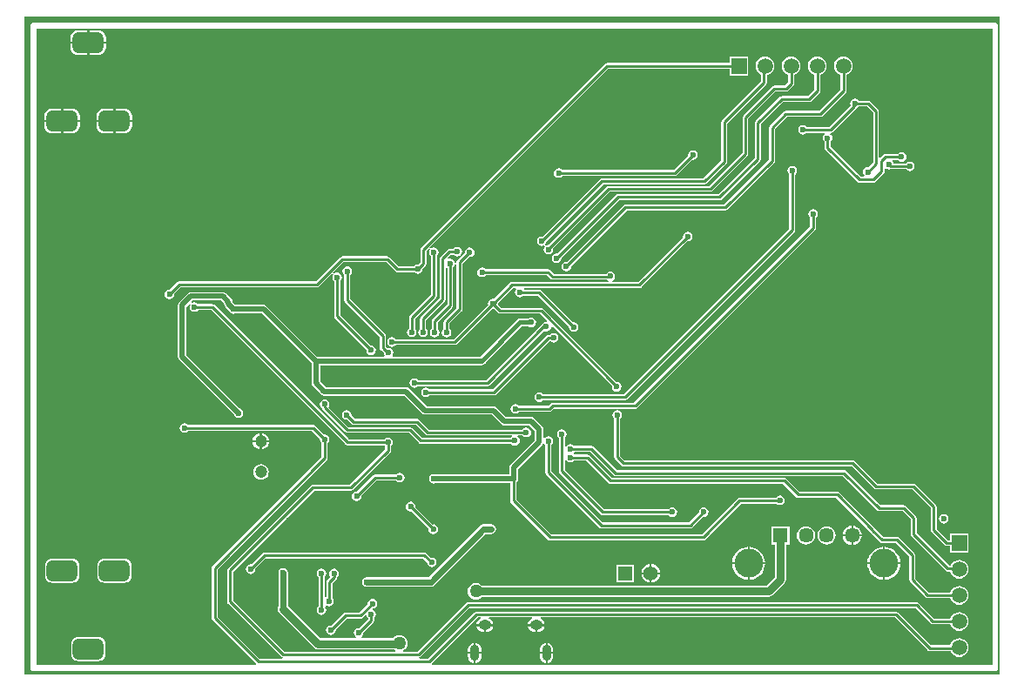
<source format=gbl>
G04*
G04 #@! TF.GenerationSoftware,Altium Limited,Altium Designer,20.0.13 (296)*
G04*
G04 Layer_Physical_Order=2*
G04 Layer_Color=16711680*
%FSLAX25Y25*%
%MOIN*%
G70*
G01*
G75*
%ADD10C,0.00984*%
%ADD11C,0.01968*%
%ADD12C,0.01575*%
%ADD14C,0.02362*%
%ADD71C,0.02953*%
%ADD72C,0.05906*%
%ADD119R,0.05906X0.05906*%
%ADD120R,0.05906X0.05906*%
G04:AMPARAMS|DCode=121|XSize=78.74mil|YSize=118.11mil|CornerRadius=19.68mil|HoleSize=0mil|Usage=FLASHONLY|Rotation=90.000|XOffset=0mil|YOffset=0mil|HoleType=Round|Shape=RoundedRectangle|*
%AMROUNDEDRECTD121*
21,1,0.07874,0.07874,0,0,90.0*
21,1,0.03937,0.11811,0,0,90.0*
1,1,0.03937,0.03937,0.01968*
1,1,0.03937,0.03937,-0.01968*
1,1,0.03937,-0.03937,-0.01968*
1,1,0.03937,-0.03937,0.01968*
%
%ADD121ROUNDEDRECTD121*%
%ADD122R,0.05709X0.05709*%
%ADD123C,0.05709*%
%ADD124C,0.11024*%
%ADD125C,0.04724*%
%ADD126C,0.05512*%
%ADD127R,0.05512X0.05512*%
%ADD128O,0.03543X0.06102*%
%ADD129O,0.04921X0.03740*%
%ADD130C,0.02362*%
%ADD131C,0.05000*%
G36*
X470276Y97835D02*
X96850D01*
Y349803D01*
X470276D01*
Y97835D01*
D02*
G37*
%LPC*%
G36*
X468504Y347609D02*
X100394D01*
X99953Y347521D01*
X99579Y347271D01*
X99329Y346898D01*
X99242Y346457D01*
Y100394D01*
X99329Y99953D01*
X99579Y99579D01*
X99953Y99329D01*
X100394Y99242D01*
X468504D01*
X468945Y99329D01*
X469319Y99579D01*
X469568Y99953D01*
X469656Y100394D01*
Y346457D01*
X469568Y346898D01*
X469319Y347271D01*
X468945Y347521D01*
X468504Y347609D01*
D02*
G37*
%LPD*%
G36*
X467352Y101546D02*
X252868D01*
X252788Y101658D01*
X252679Y102046D01*
X270356Y119722D01*
X271515D01*
X271615Y119222D01*
X271208Y119054D01*
X270653Y118628D01*
X270227Y118072D01*
X269959Y117426D01*
X269920Y117126D01*
X273139D01*
X276358D01*
X276318Y117426D01*
X276051Y118072D01*
X275625Y118628D01*
X275069Y119054D01*
X274663Y119222D01*
X274762Y119722D01*
X291200D01*
X291300Y119222D01*
X290893Y119054D01*
X290338Y118628D01*
X289912Y118072D01*
X289644Y117426D01*
X289605Y117126D01*
X292824D01*
X296043D01*
X296003Y117426D01*
X295736Y118072D01*
X295310Y118628D01*
X294755Y119054D01*
X294348Y119222D01*
X294447Y119722D01*
X430038D01*
X442597Y107164D01*
X442968Y106915D01*
X443405Y106828D01*
X451410D01*
X451595Y106382D01*
X452169Y105634D01*
X452918Y105060D01*
X453789Y104699D01*
X454724Y104575D01*
X455660Y104699D01*
X456531Y105060D01*
X457280Y105634D01*
X457854Y106382D01*
X458215Y107254D01*
X458338Y108189D01*
X458215Y109124D01*
X457854Y109996D01*
X457280Y110744D01*
X456531Y111318D01*
X455660Y111679D01*
X454724Y111803D01*
X453789Y111679D01*
X452918Y111318D01*
X452169Y110744D01*
X451595Y109996D01*
X451234Y109124D01*
X451233Y109116D01*
X443879D01*
X431321Y121675D01*
X430950Y121923D01*
X430512Y122010D01*
X269882D01*
X269444Y121923D01*
X269073Y121675D01*
X251298Y103900D01*
X248045D01*
X247996Y104400D01*
X248272Y104455D01*
X248644Y104703D01*
X267206Y123265D01*
X437912D01*
X443797Y117380D01*
X444169Y117132D01*
X444606Y117045D01*
X451320D01*
X451595Y116382D01*
X452169Y115634D01*
X452918Y115059D01*
X453789Y114699D01*
X454724Y114575D01*
X455660Y114699D01*
X456531Y115059D01*
X457280Y115634D01*
X457854Y116382D01*
X458215Y117254D01*
X458338Y118189D01*
X458215Y119124D01*
X457854Y119996D01*
X457280Y120744D01*
X456531Y121318D01*
X455660Y121679D01*
X454724Y121803D01*
X453789Y121679D01*
X452918Y121318D01*
X452169Y120744D01*
X451595Y119996D01*
X451320Y119333D01*
X445080D01*
X439195Y125218D01*
X438824Y125466D01*
X438386Y125554D01*
X266732D01*
X266295Y125466D01*
X265923Y125218D01*
X247361Y106656D01*
X242133D01*
X242009Y106936D01*
X241994Y107156D01*
X242587Y107610D01*
X243088Y108264D01*
X243404Y109026D01*
X243511Y109843D01*
X243404Y110660D01*
X243088Y111421D01*
X242587Y112075D01*
X241933Y112576D01*
X241171Y112892D01*
X240354Y112999D01*
X239537Y112892D01*
X238776Y112576D01*
X238122Y112075D01*
X237906Y111793D01*
X225990D01*
X225838Y112293D01*
X226109Y112474D01*
X226509Y113073D01*
X226650Y113779D01*
X226612Y113970D01*
X230386Y117744D01*
X230634Y118115D01*
X230721Y118553D01*
Y119453D01*
X230882Y119561D01*
X231283Y120159D01*
X231423Y120866D01*
X231283Y121573D01*
X230882Y122172D01*
X230470Y122448D01*
X230302Y122980D01*
X230307Y123077D01*
X230402Y123210D01*
X230825Y123294D01*
X231424Y123694D01*
X231824Y124293D01*
X231965Y125000D01*
X231824Y125707D01*
X231424Y126306D01*
X230825Y126706D01*
X230118Y126847D01*
X229412Y126706D01*
X228812Y126306D01*
X228412Y125707D01*
X228272Y125000D01*
X228309Y124809D01*
X225052Y121551D01*
X219817D01*
X219379Y121464D01*
X219008Y121216D01*
X214364Y116572D01*
X214173Y116610D01*
X213467Y116470D01*
X212867Y116069D01*
X212467Y115470D01*
X212327Y114764D01*
X212467Y114057D01*
X212867Y113458D01*
X213467Y113058D01*
X214173Y112917D01*
X214880Y113058D01*
X215479Y113458D01*
X215879Y114057D01*
X216020Y114764D01*
X215982Y114954D01*
X220291Y119263D01*
X225525D01*
X225963Y119351D01*
X226335Y119598D01*
X227284Y120548D01*
X227826Y120383D01*
X227871Y120159D01*
X228271Y119561D01*
X228364Y119499D01*
X228395Y118989D01*
X224994Y115588D01*
X224803Y115626D01*
X224096Y115486D01*
X223498Y115085D01*
X223097Y114486D01*
X222957Y113779D01*
X223097Y113073D01*
X223498Y112474D01*
X223768Y112293D01*
X223616Y111793D01*
X210141D01*
X197713Y124222D01*
Y136811D01*
X197572Y137518D01*
X197172Y138117D01*
X196573Y138517D01*
X195866Y138657D01*
X195159Y138517D01*
X194561Y138117D01*
X194160Y137518D01*
X194020Y136811D01*
Y124059D01*
X193882Y123853D01*
X193719Y123031D01*
X193882Y122210D01*
X194348Y121513D01*
X207733Y108127D01*
X208430Y107662D01*
X209252Y107498D01*
X238268D01*
X238714Y107156D01*
X238699Y106936D01*
X238575Y106656D01*
X196340D01*
X176735Y126261D01*
Y137321D01*
X207757Y168344D01*
X221850D01*
X222288Y168431D01*
X222659Y168679D01*
X236833Y182852D01*
X237081Y183224D01*
X237168Y183661D01*
Y185397D01*
X237329Y185505D01*
X237730Y186104D01*
X237870Y186811D01*
X237730Y187518D01*
X237329Y188117D01*
X236730Y188517D01*
X236024Y188657D01*
X235317Y188517D01*
X234718Y188117D01*
X234610Y187955D01*
X221143D01*
X169707Y239392D01*
X169335Y239640D01*
X168898Y239727D01*
X163422D01*
X163313Y239888D01*
X162715Y240289D01*
X162008Y240429D01*
X161301Y240289D01*
X161106Y240159D01*
X160788Y240547D01*
X161312Y241071D01*
X172153D01*
X173337Y239887D01*
X173319Y239798D01*
X173445Y239169D01*
X173802Y238635D01*
X175241Y237195D01*
X175263Y237089D01*
X175663Y236490D01*
X176262Y236089D01*
X176969Y235949D01*
X177675Y236089D01*
X177765Y236150D01*
X187704D01*
X206737Y217116D01*
X206759Y217010D01*
X206819Y216920D01*
Y209449D01*
X206944Y208819D01*
X207301Y208285D01*
X210450Y205135D01*
X210984Y204779D01*
X211614Y204653D01*
X242232D01*
X249033Y197852D01*
X249567Y197495D01*
X250197Y197370D01*
X275696D01*
X279348Y193718D01*
X279882Y193361D01*
X280512Y193236D01*
X290066D01*
X292252Y191051D01*
Y187690D01*
X282891Y178329D01*
X282535Y177795D01*
X282409Y177165D01*
Y174480D01*
X254340D01*
X254250Y174541D01*
X253543Y174681D01*
X252837Y174541D01*
X252238Y174140D01*
X251837Y173541D01*
X251697Y172835D01*
X251837Y172128D01*
X252238Y171529D01*
X252837Y171129D01*
X253543Y170988D01*
X254250Y171129D01*
X254340Y171189D01*
X282911D01*
Y164370D01*
X282998Y163932D01*
X283246Y163561D01*
X297223Y149585D01*
X297594Y149337D01*
X298031Y149250D01*
X356693D01*
X357131Y149337D01*
X357502Y149585D01*
X371143Y163226D01*
X384771D01*
X385317Y162861D01*
X386024Y162720D01*
X386730Y162861D01*
X387329Y163261D01*
X387730Y163860D01*
X387870Y164567D01*
X387730Y165274D01*
X387329Y165873D01*
X386730Y166273D01*
X386024Y166413D01*
X385317Y166273D01*
X384718Y165873D01*
X384478Y165514D01*
X370669D01*
X370232Y165427D01*
X369860Y165179D01*
X356219Y151538D01*
X298505D01*
X285199Y164844D01*
Y171421D01*
X285361Y171529D01*
X285761Y172128D01*
X285902Y172835D01*
X285761Y173541D01*
X285701Y173631D01*
Y176484D01*
X295061Y185844D01*
X295318Y186228D01*
X295796Y186284D01*
X295895Y186259D01*
X296135Y185899D01*
X296297Y185791D01*
Y175197D01*
X296384Y174759D01*
X296632Y174388D01*
X316908Y154112D01*
X317279Y153864D01*
X317717Y153777D01*
X351772D01*
X352209Y153864D01*
X352581Y154112D01*
X356699Y158231D01*
X356890Y158193D01*
X357596Y158333D01*
X358195Y158734D01*
X358596Y159333D01*
X358736Y160039D01*
X358596Y160746D01*
X358195Y161345D01*
X357596Y161745D01*
X356890Y161886D01*
X356183Y161745D01*
X355584Y161345D01*
X355184Y160746D01*
X355043Y160039D01*
X355081Y159849D01*
X351298Y156065D01*
X318190D01*
X298585Y175671D01*
Y185791D01*
X298747Y185899D01*
X299147Y186498D01*
X299287Y187205D01*
X299147Y187911D01*
X298747Y188510D01*
X298148Y188911D01*
X297441Y189051D01*
X296734Y188911D01*
X296135Y188510D01*
X296043Y188373D01*
X295543Y188525D01*
Y191732D01*
X295418Y192362D01*
X295061Y192896D01*
X291912Y196046D01*
X291378Y196402D01*
X290748Y196528D01*
X281193D01*
X277542Y200180D01*
X277008Y200536D01*
X276378Y200661D01*
X250879D01*
X244077Y207463D01*
X243543Y207820D01*
X242913Y207945D01*
X212296D01*
X210110Y210131D01*
Y216268D01*
X271850D01*
X272480Y216393D01*
X273014Y216750D01*
X273371Y217284D01*
X273397Y217417D01*
X287262Y231281D01*
X289799D01*
X290189Y231020D01*
X290896Y230880D01*
X291602Y231020D01*
X292201Y231421D01*
X292602Y232020D01*
X292742Y232726D01*
X292602Y233433D01*
X292201Y234032D01*
X291602Y234432D01*
X290896Y234573D01*
X290189Y234432D01*
X289799Y234172D01*
X286663D01*
X286110Y234062D01*
X285642Y233748D01*
X271452Y219559D01*
X237995D01*
X237728Y220059D01*
X237926Y220356D01*
X238067Y221063D01*
X237926Y221770D01*
X237526Y222369D01*
X236927Y222769D01*
X236221Y222909D01*
X235851Y222836D01*
X235199Y223487D01*
Y227559D01*
X235112Y227997D01*
X234864Y228368D01*
X221617Y241616D01*
Y250949D01*
X221778Y251057D01*
X222178Y251656D01*
X222319Y252362D01*
X222178Y253069D01*
X221778Y253668D01*
X221179Y254068D01*
X220472Y254209D01*
X219766Y254068D01*
X219167Y253668D01*
X218766Y253069D01*
X218626Y252362D01*
X218766Y251656D01*
X219167Y251057D01*
X219328Y250949D01*
Y241142D01*
X219415Y240704D01*
X219664Y240333D01*
X232911Y227085D01*
Y222835D01*
X232998Y222397D01*
X233246Y222026D01*
X233617Y221778D01*
X233687Y221764D01*
X234376Y221074D01*
X234374Y221063D01*
X234514Y220356D01*
X234713Y220059D01*
X234446Y219559D01*
X208949D01*
X189550Y238959D01*
X189016Y239316D01*
X188386Y239441D01*
X177765D01*
X177675Y239501D01*
X177569Y239522D01*
X176594Y240498D01*
X176611Y240586D01*
X176486Y241216D01*
X176129Y241750D01*
X173998Y243880D01*
X173465Y244237D01*
X172835Y244362D01*
X160630D01*
X160000Y244237D01*
X159466Y243880D01*
X156120Y240534D01*
X155763Y240000D01*
X155638Y239370D01*
Y219488D01*
X155763Y218858D01*
X156120Y218324D01*
X177013Y197431D01*
X177034Y197325D01*
X177435Y196726D01*
X178033Y196326D01*
X178740Y196185D01*
X179447Y196326D01*
X180046Y196726D01*
X180446Y197325D01*
X180587Y198031D01*
X180446Y198738D01*
X180046Y199337D01*
X179447Y199737D01*
X179341Y199759D01*
X158929Y220170D01*
Y238688D01*
X160044Y239803D01*
X160432Y239484D01*
X160302Y239289D01*
X160161Y238583D01*
X160302Y237876D01*
X160702Y237277D01*
X161301Y236877D01*
X162008Y236736D01*
X162715Y236877D01*
X163313Y237277D01*
X163422Y237439D01*
X168424D01*
X219860Y186002D01*
X220232Y185754D01*
X220669Y185667D01*
X234610D01*
X234718Y185505D01*
X234880Y185397D01*
Y184135D01*
X221376Y170632D01*
X207283D01*
X206846Y170545D01*
X206474Y170297D01*
X174782Y138604D01*
X174534Y138233D01*
X174446Y137795D01*
Y125787D01*
X174534Y125350D01*
X174782Y124978D01*
X195057Y104703D01*
X195428Y104455D01*
X195704Y104400D01*
X195655Y103900D01*
X186891D01*
X170829Y119962D01*
Y138109D01*
X212620Y179900D01*
X212868Y180271D01*
X212955Y180709D01*
Y186578D01*
X213117Y186687D01*
X213517Y187285D01*
X213657Y187992D01*
X213517Y188699D01*
X213117Y189298D01*
X212518Y189698D01*
X211811Y189839D01*
X211620Y189801D01*
X208289Y193132D01*
X207918Y193380D01*
X207480Y193467D01*
X159485D01*
X159377Y193629D01*
X158777Y194029D01*
X158071Y194169D01*
X157364Y194029D01*
X156765Y193629D01*
X156365Y193029D01*
X156224Y192323D01*
X156365Y191616D01*
X156765Y191017D01*
X157364Y190617D01*
X158071Y190476D01*
X158777Y190617D01*
X159377Y191017D01*
X159485Y191179D01*
X207007D01*
X210002Y188183D01*
X209964Y187992D01*
X210105Y187285D01*
X210505Y186687D01*
X210667Y186578D01*
Y181183D01*
X168876Y139392D01*
X168628Y139021D01*
X168541Y138583D01*
Y119488D01*
X168628Y119050D01*
X168876Y118679D01*
X185510Y102046D01*
X185401Y101658D01*
X185321Y101546D01*
X101546D01*
Y345305D01*
X467352D01*
Y101546D01*
D02*
G37*
%LPC*%
G36*
X125236Y344630D02*
X121693D01*
Y340276D01*
X128016D01*
Y341850D01*
X127921Y342570D01*
X127644Y343240D01*
X127202Y343816D01*
X126626Y344258D01*
X125956Y344535D01*
X125236Y344630D01*
D02*
G37*
G36*
X120905D02*
X117362D01*
X116643Y344535D01*
X115972Y344258D01*
X115397Y343816D01*
X114955Y343240D01*
X114677Y342570D01*
X114583Y341850D01*
Y340276D01*
X120905D01*
Y344630D01*
D02*
G37*
G36*
X128016Y339488D02*
X121693D01*
Y335134D01*
X125236D01*
X125956Y335228D01*
X126626Y335506D01*
X127202Y335948D01*
X127644Y336524D01*
X127921Y337194D01*
X128016Y337913D01*
Y339488D01*
D02*
G37*
G36*
X120905D02*
X114583D01*
Y337913D01*
X114677Y337194D01*
X114955Y336524D01*
X115397Y335948D01*
X115972Y335506D01*
X116643Y335228D01*
X117362Y335134D01*
X120905D01*
Y339488D01*
D02*
G37*
G36*
X373937Y334488D02*
X366772D01*
Y332049D01*
X319882D01*
X319444Y331962D01*
X319073Y331714D01*
X248797Y261439D01*
X248549Y261068D01*
X248462Y260630D01*
Y255789D01*
X247632Y254958D01*
X247441Y254996D01*
X246734Y254855D01*
X246135Y254455D01*
X246027Y254294D01*
X240041D01*
X236636Y257699D01*
X236265Y257947D01*
X235827Y258034D01*
X218504D01*
X218066Y257947D01*
X217695Y257699D01*
X208384Y248388D01*
X156102D01*
X155665Y248301D01*
X155293Y248053D01*
X152553Y245312D01*
X152362Y245350D01*
X151656Y245210D01*
X151057Y244810D01*
X150656Y244211D01*
X150516Y243504D01*
X150656Y242797D01*
X151057Y242198D01*
X151656Y241798D01*
X152362Y241657D01*
X153069Y241798D01*
X153668Y242198D01*
X154068Y242797D01*
X154209Y243504D01*
X154171Y243695D01*
X156576Y246100D01*
X208858D01*
X209296Y246187D01*
X209667Y246435D01*
X214811Y251579D01*
X215199Y251260D01*
X214829Y250707D01*
X214689Y250000D01*
X214829Y249293D01*
X215230Y248694D01*
X215391Y248586D01*
Y235039D01*
X215478Y234602D01*
X215726Y234230D01*
X227719Y222238D01*
X227681Y222047D01*
X227822Y221341D01*
X228222Y220742D01*
X228821Y220341D01*
X229528Y220201D01*
X230234Y220341D01*
X230833Y220742D01*
X231234Y221341D01*
X231374Y222047D01*
X231234Y222754D01*
X230833Y223353D01*
X230234Y223753D01*
X229528Y223894D01*
X229337Y223856D01*
X217679Y235513D01*
Y248586D01*
X217841Y248694D01*
X218241Y249293D01*
X218382Y250000D01*
X218241Y250707D01*
X217841Y251306D01*
X217242Y251706D01*
X216535Y251847D01*
X215829Y251706D01*
X215275Y251336D01*
X214956Y251724D01*
X218978Y255746D01*
X235353D01*
X238758Y252341D01*
X239129Y252093D01*
X239567Y252006D01*
X246027D01*
X246135Y251844D01*
X246734Y251444D01*
X247441Y251303D01*
X248148Y251444D01*
X248747Y251844D01*
X249147Y252443D01*
X249287Y253150D01*
X249250Y253340D01*
X250415Y254506D01*
X250663Y254877D01*
X250750Y255315D01*
Y260156D01*
X251819Y261225D01*
X252207Y260906D01*
X251837Y260352D01*
X251697Y259646D01*
X251837Y258939D01*
X252238Y258340D01*
X252399Y258232D01*
Y243387D01*
X244467Y235455D01*
X244219Y235084D01*
X244132Y234646D01*
Y230482D01*
X243773Y230243D01*
X243373Y229644D01*
X243232Y228937D01*
X243373Y228230D01*
X243773Y227631D01*
X244372Y227231D01*
X245079Y227091D01*
X245785Y227231D01*
X246384Y227631D01*
X246785Y228230D01*
X246925Y228937D01*
X246785Y229644D01*
X246420Y230190D01*
Y234172D01*
X254352Y242104D01*
X254600Y242476D01*
X254687Y242913D01*
Y258232D01*
X254849Y258340D01*
X255249Y258939D01*
X255390Y259646D01*
X255249Y260352D01*
X254849Y260951D01*
X254250Y261352D01*
X253543Y261492D01*
X252837Y261352D01*
X252283Y260982D01*
X251964Y261370D01*
X320356Y329762D01*
X366772D01*
Y327323D01*
X373937D01*
Y334488D01*
D02*
G37*
G36*
X135236Y314630D02*
X131693D01*
Y310276D01*
X138016D01*
Y311850D01*
X137921Y312570D01*
X137644Y313240D01*
X137202Y313816D01*
X136626Y314258D01*
X135956Y314535D01*
X135236Y314630D01*
D02*
G37*
G36*
X115236D02*
X111693D01*
Y310276D01*
X118016D01*
Y311850D01*
X117921Y312570D01*
X117643Y313240D01*
X117202Y313816D01*
X116626Y314258D01*
X115956Y314535D01*
X115236Y314630D01*
D02*
G37*
G36*
X130905D02*
X127362D01*
X126643Y314535D01*
X125972Y314258D01*
X125397Y313816D01*
X124955Y313240D01*
X124677Y312570D01*
X124583Y311850D01*
Y310276D01*
X130905D01*
Y314630D01*
D02*
G37*
G36*
X110906D02*
X107362D01*
X106643Y314535D01*
X105972Y314258D01*
X105397Y313816D01*
X104955Y313240D01*
X104677Y312570D01*
X104583Y311850D01*
Y310276D01*
X110906D01*
Y314630D01*
D02*
G37*
G36*
X414764Y318382D02*
X414057Y318241D01*
X413458Y317841D01*
X413058Y317242D01*
X412917Y316535D01*
X413058Y315829D01*
X413126Y315728D01*
X405038Y307640D01*
X396296D01*
X396188Y307802D01*
X395588Y308202D01*
X394882Y308343D01*
X394175Y308202D01*
X393576Y307802D01*
X393176Y307203D01*
X393035Y306496D01*
X393176Y305789D01*
X393576Y305190D01*
X394175Y304790D01*
X394882Y304650D01*
X395588Y304790D01*
X396188Y305190D01*
X396296Y305352D01*
X403173D01*
X403324Y304852D01*
X403025Y304652D01*
X402625Y304053D01*
X402484Y303346D01*
X402625Y302640D01*
X403025Y302041D01*
X403187Y301933D01*
Y299606D01*
X403274Y299168D01*
X403522Y298797D01*
X415727Y286593D01*
X416098Y286345D01*
X416535Y286258D01*
X421850D01*
X422288Y286345D01*
X422659Y286593D01*
X425809Y289742D01*
X426057Y290113D01*
X426144Y290551D01*
Y291431D01*
X426644Y291675D01*
X427049Y291404D01*
X427756Y291264D01*
X428333Y291378D01*
X428346Y291376D01*
X434413D01*
X434521Y291214D01*
X435120Y290814D01*
X435827Y290673D01*
X436533Y290814D01*
X437132Y291214D01*
X437533Y291813D01*
X437673Y292520D01*
X437533Y293226D01*
X437132Y293825D01*
X436533Y294226D01*
X435827Y294366D01*
X435120Y294226D01*
X434521Y293825D01*
X434413Y293664D01*
X429492D01*
X429462Y293817D01*
X429062Y294416D01*
X429057Y294419D01*
X429209Y294919D01*
X431263D01*
X431371Y294757D01*
X431971Y294357D01*
X432677Y294216D01*
X433384Y294357D01*
X433983Y294757D01*
X434383Y295356D01*
X434524Y296063D01*
X434383Y296770D01*
X433983Y297369D01*
X433384Y297769D01*
X432677Y297909D01*
X431971Y297769D01*
X431371Y297369D01*
X431263Y297207D01*
X426378D01*
X425940Y297120D01*
X425569Y296872D01*
X424479Y295782D01*
X423979Y295989D01*
Y313695D01*
X423892Y314133D01*
X423644Y314504D01*
X420803Y317344D01*
X420432Y317592D01*
X419994Y317679D01*
X416178D01*
X416069Y317841D01*
X415470Y318241D01*
X414764Y318382D01*
D02*
G37*
G36*
X138016Y309488D02*
X131693D01*
Y305134D01*
X135236D01*
X135956Y305228D01*
X136626Y305506D01*
X137202Y305948D01*
X137644Y306523D01*
X137921Y307194D01*
X138016Y307913D01*
Y309488D01*
D02*
G37*
G36*
X130905D02*
X124583D01*
Y307913D01*
X124677Y307194D01*
X124955Y306523D01*
X125397Y305948D01*
X125972Y305506D01*
X126643Y305228D01*
X127362Y305134D01*
X130905D01*
Y309488D01*
D02*
G37*
G36*
X118016D02*
X111693D01*
Y305134D01*
X115236D01*
X115956Y305228D01*
X116626Y305506D01*
X117202Y305948D01*
X117643Y306523D01*
X117921Y307194D01*
X118016Y307913D01*
Y309488D01*
D02*
G37*
G36*
X110906D02*
X104583D01*
Y307913D01*
X104677Y307194D01*
X104955Y306523D01*
X105397Y305948D01*
X105972Y305506D01*
X106643Y305228D01*
X107362Y305134D01*
X110906D01*
Y309488D01*
D02*
G37*
G36*
X352756Y298697D02*
X352049Y298556D01*
X351450Y298156D01*
X351050Y297557D01*
X350909Y296850D01*
X350947Y296660D01*
X345392Y291105D01*
X302792D01*
X302684Y291266D01*
X302085Y291667D01*
X301378Y291807D01*
X300671Y291667D01*
X300072Y291266D01*
X299672Y290667D01*
X299531Y289961D01*
X299672Y289254D01*
X300072Y288655D01*
X300671Y288255D01*
X301378Y288114D01*
X302085Y288255D01*
X302684Y288655D01*
X302792Y288817D01*
X345866D01*
X346304Y288904D01*
X346675Y289152D01*
X352565Y295042D01*
X352756Y295004D01*
X353463Y295145D01*
X354062Y295545D01*
X354462Y296144D01*
X354602Y296850D01*
X354462Y297557D01*
X354062Y298156D01*
X353463Y298556D01*
X352756Y298697D01*
D02*
G37*
G36*
X350787Y267398D02*
X350081Y267257D01*
X349482Y266857D01*
X349081Y266258D01*
X348941Y265551D01*
X348979Y265360D01*
X331810Y248191D01*
X321836D01*
X321770Y248688D01*
X322369Y249088D01*
X322769Y249687D01*
X322909Y250394D01*
X322769Y251100D01*
X322369Y251699D01*
X321770Y252100D01*
X321063Y252240D01*
X320356Y252100D01*
X319757Y251699D01*
X319518Y251341D01*
X299490D01*
X298053Y252777D01*
X297682Y253025D01*
X297244Y253113D01*
X273461D01*
X273353Y253274D01*
X272754Y253674D01*
X272047Y253815D01*
X271341Y253674D01*
X270742Y253274D01*
X270341Y252675D01*
X270201Y251969D01*
X270341Y251262D01*
X270742Y250663D01*
X271341Y250263D01*
X272047Y250122D01*
X272754Y250263D01*
X273353Y250663D01*
X273461Y250824D01*
X296770D01*
X298207Y249388D01*
X298578Y249140D01*
X299016Y249053D01*
X319810D01*
X320356Y248688D01*
X320289Y248191D01*
X283465D01*
X283027Y248104D01*
X282656Y247856D01*
X276536Y241737D01*
X276181Y241807D01*
X275475Y241667D01*
X274875Y241266D01*
X274475Y240667D01*
X274335Y239961D01*
X274405Y239606D01*
X261140Y226341D01*
X239012D01*
X238904Y226502D01*
X238305Y226903D01*
X237598Y227043D01*
X236892Y226903D01*
X236293Y226502D01*
X235893Y225904D01*
X235752Y225197D01*
X235893Y224490D01*
X236293Y223891D01*
X236892Y223491D01*
X237598Y223350D01*
X238305Y223491D01*
X238904Y223891D01*
X239012Y224053D01*
X261614D01*
X262052Y224140D01*
X262423Y224388D01*
X275964Y237929D01*
X276581Y237943D01*
X278128Y236396D01*
X278499Y236148D01*
X278937Y236061D01*
X294211D01*
X296853Y233419D01*
X296704Y233068D01*
X296622Y232943D01*
X295947Y232808D01*
X295348Y232408D01*
X295142Y232099D01*
X294860Y231911D01*
X273542Y210593D01*
X247477D01*
X247369Y210754D01*
X246770Y211155D01*
X246063Y211295D01*
X245356Y211155D01*
X244757Y210754D01*
X244357Y210155D01*
X244216Y209449D01*
X244357Y208742D01*
X244757Y208143D01*
X245356Y207743D01*
X246063Y207602D01*
X246770Y207743D01*
X247369Y208143D01*
X247477Y208305D01*
X274016D01*
X274453Y208392D01*
X274825Y208640D01*
X295728Y229543D01*
X295947Y229396D01*
X296654Y229256D01*
X297360Y229396D01*
X297959Y229797D01*
X298359Y230396D01*
X298494Y231071D01*
X298620Y231153D01*
X298970Y231302D01*
X321846Y208426D01*
X321776Y208071D01*
X321916Y207364D01*
X322316Y206765D01*
X322915Y206365D01*
X323622Y206224D01*
X324329Y206365D01*
X324928Y206765D01*
X325328Y207364D01*
X325469Y208071D01*
X325328Y208777D01*
X324928Y209377D01*
X324329Y209777D01*
X323622Y209917D01*
X323596Y209912D01*
X295494Y238014D01*
X295123Y238262D01*
X294685Y238349D01*
X279411D01*
X278199Y239560D01*
X278213Y240178D01*
X283938Y245903D01*
X284965D01*
X285116Y245403D01*
X285112Y245400D01*
X284711Y244801D01*
X284571Y244094D01*
X284711Y243388D01*
X285112Y242789D01*
X285711Y242389D01*
X286417Y242248D01*
X287124Y242389D01*
X287723Y242789D01*
X287831Y242951D01*
X293424D01*
X305278Y231096D01*
X305240Y230906D01*
X305381Y230199D01*
X305781Y229600D01*
X306380Y229200D01*
X307087Y229059D01*
X307793Y229200D01*
X308392Y229600D01*
X308792Y230199D01*
X308933Y230906D01*
X308792Y231612D01*
X308392Y232211D01*
X307793Y232611D01*
X307087Y232752D01*
X306896Y232714D01*
X294707Y244903D01*
X294335Y245151D01*
X293898Y245238D01*
X288181D01*
X288060Y245403D01*
X288314Y245903D01*
X332283D01*
X332721Y245990D01*
X333092Y246238D01*
X350597Y263743D01*
X350787Y263705D01*
X351494Y263845D01*
X352093Y264246D01*
X352493Y264845D01*
X352634Y265551D01*
X352493Y266258D01*
X352093Y266857D01*
X351494Y267257D01*
X350787Y267398D01*
D02*
G37*
G36*
X390354Y334519D02*
X389419Y334396D01*
X388547Y334035D01*
X387799Y333461D01*
X387225Y332712D01*
X386864Y331841D01*
X386741Y330906D01*
X386864Y329970D01*
X387225Y329099D01*
X387799Y328350D01*
X388547Y327776D01*
X389210Y327502D01*
Y324687D01*
X387912Y323388D01*
X383858D01*
X383420Y323301D01*
X383049Y323053D01*
X372026Y312029D01*
X371778Y311658D01*
X371691Y311221D01*
Y297718D01*
X358975Y285002D01*
X320472D01*
X320035Y284915D01*
X319664Y284667D01*
X297467Y262471D01*
X297441Y262476D01*
X296734Y262336D01*
X296666Y262291D01*
X296306Y262651D01*
X296588Y263073D01*
X296728Y263779D01*
X296691Y263970D01*
X318387Y285667D01*
X357283D01*
X357721Y285754D01*
X358092Y286002D01*
X365573Y293482D01*
X365821Y293853D01*
X365908Y294291D01*
Y308975D01*
X380730Y323797D01*
X380978Y324168D01*
X381065Y324606D01*
Y327385D01*
X381290Y327415D01*
X382161Y327776D01*
X382909Y328350D01*
X383484Y329099D01*
X383845Y329970D01*
X383968Y330906D01*
X383845Y331841D01*
X383484Y332712D01*
X382909Y333461D01*
X382161Y334035D01*
X381290Y334396D01*
X380354Y334519D01*
X379419Y334396D01*
X378548Y334035D01*
X377799Y333461D01*
X377225Y332712D01*
X376864Y331841D01*
X376741Y330906D01*
X376864Y329970D01*
X377225Y329099D01*
X377799Y328350D01*
X378548Y327776D01*
X378777Y327681D01*
Y325080D01*
X363955Y310258D01*
X363707Y309887D01*
X363620Y309449D01*
Y294765D01*
X356810Y287955D01*
X317913D01*
X317476Y287868D01*
X317104Y287620D01*
X295073Y265588D01*
X294882Y265626D01*
X294175Y265486D01*
X293576Y265085D01*
X293176Y264486D01*
X293035Y263779D01*
X293176Y263073D01*
X293576Y262474D01*
X294175Y262074D01*
X294882Y261933D01*
X295588Y262074D01*
X295656Y262119D01*
X296017Y261758D01*
X295735Y261336D01*
X295594Y260630D01*
X295735Y259923D01*
X296135Y259324D01*
X296734Y258924D01*
X297441Y258783D01*
X298148Y258924D01*
X298747Y259324D01*
X299147Y259923D01*
X299287Y260630D01*
X299217Y260985D01*
X320946Y282714D01*
X359449D01*
X359887Y282801D01*
X360258Y283049D01*
X373644Y296435D01*
X373892Y296806D01*
X373979Y297244D01*
Y310747D01*
X384332Y321100D01*
X388386D01*
X388824Y321187D01*
X389195Y321435D01*
X391163Y323404D01*
X391411Y323775D01*
X391498Y324213D01*
Y327502D01*
X392161Y327776D01*
X392910Y328350D01*
X393484Y329099D01*
X393845Y329970D01*
X393968Y330906D01*
X393845Y331841D01*
X393484Y332712D01*
X392910Y333461D01*
X392161Y334035D01*
X391290Y334396D01*
X390354Y334519D01*
D02*
G37*
G36*
X400354D02*
X399419Y334396D01*
X398548Y334035D01*
X397799Y333461D01*
X397225Y332712D01*
X396864Y331841D01*
X396741Y330906D01*
X396864Y329970D01*
X397225Y329099D01*
X397799Y328350D01*
X398548Y327776D01*
X399210Y327502D01*
Y321891D01*
X396770Y319451D01*
X386811D01*
X386373Y319364D01*
X386002Y319116D01*
X376750Y309864D01*
X376502Y309493D01*
X376415Y309055D01*
Y295749D01*
X362518Y281853D01*
X324016D01*
X323578Y281766D01*
X323207Y281518D01*
X300781Y259092D01*
X300590Y259130D01*
X299884Y258989D01*
X299285Y258589D01*
X298885Y257990D01*
X298744Y257283D01*
X298885Y256577D01*
X299285Y255978D01*
X299884Y255577D01*
X300590Y255437D01*
X301297Y255577D01*
X301896Y255978D01*
X302296Y256577D01*
X302437Y257283D01*
X302399Y257474D01*
X324490Y279565D01*
X362992D01*
X363430Y279652D01*
X363801Y279900D01*
X378368Y294467D01*
X378616Y294838D01*
X378703Y295276D01*
Y308581D01*
X387285Y317163D01*
X397244D01*
X397682Y317250D01*
X398053Y317498D01*
X401163Y320608D01*
X401411Y320979D01*
X401498Y321417D01*
Y327502D01*
X402161Y327776D01*
X402910Y328350D01*
X403484Y329099D01*
X403845Y329970D01*
X403968Y330906D01*
X403845Y331841D01*
X403484Y332712D01*
X402910Y333461D01*
X402161Y334035D01*
X401290Y334396D01*
X400354Y334519D01*
D02*
G37*
G36*
X262598Y261689D02*
X261892Y261548D01*
X261293Y261148D01*
X261185Y260986D01*
X259646D01*
X259208Y260899D01*
X258837Y260651D01*
X256081Y257896D01*
X255833Y257524D01*
X255746Y257087D01*
Y242009D01*
X248601Y234864D01*
X248353Y234493D01*
X248265Y234055D01*
Y230351D01*
X248104Y230243D01*
X247704Y229644D01*
X247563Y228937D01*
X247704Y228230D01*
X248104Y227631D01*
X248703Y227231D01*
X249410Y227091D01*
X250116Y227231D01*
X250715Y227631D01*
X251115Y228230D01*
X251256Y228937D01*
X251115Y229644D01*
X250715Y230243D01*
X250553Y230351D01*
Y233581D01*
X257699Y240726D01*
X257947Y241098D01*
X258034Y241535D01*
Y253418D01*
X258534Y253672D01*
X258699Y253552D01*
Y239647D01*
X253128Y234077D01*
X252880Y233705D01*
X252793Y233268D01*
Y230154D01*
X252631Y230046D01*
X252231Y229447D01*
X252091Y228740D01*
X252231Y228033D01*
X252631Y227434D01*
X253230Y227034D01*
X253937Y226894D01*
X254644Y227034D01*
X255243Y227434D01*
X255643Y228033D01*
X255784Y228740D01*
X255643Y229447D01*
X255243Y230046D01*
X255081Y230154D01*
Y232794D01*
X260651Y238364D01*
X260899Y238735D01*
X260986Y239173D01*
Y253901D01*
X261148Y254009D01*
X261548Y254608D01*
X261689Y255315D01*
X261548Y256022D01*
X261148Y256621D01*
X260549Y257021D01*
X259842Y257161D01*
X259136Y257021D01*
X258857Y257436D01*
X260120Y258699D01*
X261185D01*
X261293Y258537D01*
X261892Y258137D01*
X262598Y257996D01*
X263305Y258137D01*
X263859Y258506D01*
X264177Y258118D01*
X262577Y256518D01*
X262329Y256147D01*
X262242Y255709D01*
Y238269D01*
X257656Y233683D01*
X257408Y233312D01*
X257321Y232874D01*
Y230154D01*
X257159Y230046D01*
X256759Y229447D01*
X256618Y228740D01*
X256759Y228033D01*
X257159Y227434D01*
X257758Y227034D01*
X258465Y226894D01*
X259171Y227034D01*
X259770Y227434D01*
X260171Y228033D01*
X260311Y228740D01*
X260171Y229447D01*
X259770Y230046D01*
X259609Y230154D01*
Y232400D01*
X264195Y236986D01*
X264443Y237357D01*
X264530Y237795D01*
Y255235D01*
X267132Y257837D01*
X267323Y257799D01*
X268029Y257940D01*
X268629Y258340D01*
X269029Y258939D01*
X269169Y259646D01*
X269029Y260352D01*
X268629Y260951D01*
X268029Y261352D01*
X267323Y261492D01*
X266616Y261352D01*
X266017Y260951D01*
X265617Y260352D01*
X265476Y259646D01*
X265514Y259455D01*
X264323Y258264D01*
X263934Y258582D01*
X264304Y259136D01*
X264445Y259842D01*
X264304Y260549D01*
X263904Y261148D01*
X263305Y261548D01*
X262598Y261689D01*
D02*
G37*
G36*
X410354Y334519D02*
X409419Y334396D01*
X408547Y334035D01*
X407799Y333461D01*
X407225Y332712D01*
X406864Y331841D01*
X406741Y330906D01*
X406864Y329970D01*
X407225Y329099D01*
X407799Y328350D01*
X408547Y327776D01*
X409210Y327502D01*
Y321852D01*
X401101Y313742D01*
X388307D01*
X387869Y313655D01*
X387498Y313407D01*
X382262Y308171D01*
X382014Y307800D01*
X381927Y307362D01*
Y295159D01*
X364684Y277916D01*
X326969D01*
X326531Y277829D01*
X326160Y277581D01*
X304521Y255942D01*
X304331Y255980D01*
X303624Y255840D01*
X303025Y255439D01*
X302625Y254840D01*
X302484Y254134D01*
X302625Y253427D01*
X303025Y252828D01*
X303624Y252428D01*
X304331Y252287D01*
X305037Y252428D01*
X305636Y252828D01*
X306037Y253427D01*
X306177Y254134D01*
X306139Y254325D01*
X327442Y275628D01*
X365158D01*
X365595Y275715D01*
X365966Y275963D01*
X383880Y293876D01*
X384128Y294247D01*
X384215Y294685D01*
Y306888D01*
X388781Y311454D01*
X401575D01*
X402013Y311542D01*
X402384Y311789D01*
X411163Y320569D01*
X411411Y320940D01*
X411498Y321378D01*
Y327502D01*
X412161Y327776D01*
X412910Y328350D01*
X413484Y329099D01*
X413845Y329970D01*
X413968Y330906D01*
X413845Y331841D01*
X413484Y332712D01*
X412910Y333461D01*
X412161Y334035D01*
X411290Y334396D01*
X410354Y334519D01*
D02*
G37*
G36*
X299410Y228618D02*
X298703Y228478D01*
X298104Y228077D01*
X297996Y227916D01*
X297441D01*
X297003Y227829D01*
X296632Y227581D01*
X276101Y207049D01*
X252004D01*
X251896Y207211D01*
X251297Y207611D01*
X250590Y207752D01*
X249884Y207611D01*
X249285Y207211D01*
X248885Y206612D01*
X248744Y205906D01*
X248885Y205199D01*
X249285Y204600D01*
X249884Y204200D01*
X250590Y204059D01*
X251297Y204200D01*
X251896Y204600D01*
X252004Y204762D01*
X276575D01*
X277013Y204849D01*
X277384Y205097D01*
X297603Y225316D01*
X298104Y225466D01*
X298703Y225066D01*
X299410Y224925D01*
X300116Y225066D01*
X300715Y225466D01*
X301115Y226065D01*
X301256Y226772D01*
X301115Y227478D01*
X300715Y228077D01*
X300116Y228478D01*
X299410Y228618D01*
D02*
G37*
G36*
X390748Y292595D02*
X390041Y292454D01*
X389442Y292054D01*
X389042Y291455D01*
X388901Y290748D01*
X389042Y290041D01*
X389442Y289442D01*
X389604Y289334D01*
Y268584D01*
X326298Y205278D01*
X295344D01*
X295302Y205341D01*
X294703Y205741D01*
X293996Y205882D01*
X293289Y205741D01*
X292690Y205341D01*
X292290Y204742D01*
X292150Y204035D01*
X292290Y203329D01*
X292690Y202730D01*
X293289Y202329D01*
X293996Y202189D01*
X294703Y202329D01*
X295302Y202730D01*
X295476Y202990D01*
X326772D01*
X327209Y203077D01*
X327581Y203325D01*
X391557Y267301D01*
X391805Y267672D01*
X391892Y268110D01*
Y289334D01*
X392054Y289442D01*
X392454Y290041D01*
X392595Y290748D01*
X392454Y291455D01*
X392054Y292054D01*
X391455Y292454D01*
X390748Y292595D01*
D02*
G37*
G36*
X398819Y276059D02*
X398112Y275919D01*
X397513Y275518D01*
X397113Y274919D01*
X396972Y274213D01*
X397113Y273506D01*
X397513Y272907D01*
X397675Y272799D01*
Y269372D01*
X330235Y201931D01*
X299016D01*
X298578Y201844D01*
X298207Y201596D01*
X297361Y200750D01*
X286256D01*
X286148Y200912D01*
X285549Y201312D01*
X284842Y201453D01*
X284136Y201312D01*
X283537Y200912D01*
X283137Y200313D01*
X282996Y199606D01*
X283137Y198900D01*
X283537Y198301D01*
X284136Y197900D01*
X284842Y197760D01*
X285549Y197900D01*
X286148Y198301D01*
X286256Y198462D01*
X297835D01*
X298272Y198549D01*
X298644Y198797D01*
X299490Y199643D01*
X330709D01*
X331147Y199731D01*
X331518Y199978D01*
X399628Y268089D01*
X399876Y268460D01*
X399963Y268898D01*
Y272799D01*
X400125Y272907D01*
X400525Y273506D01*
X400665Y274213D01*
X400525Y274919D01*
X400125Y275518D01*
X399525Y275919D01*
X398819Y276059D01*
D02*
G37*
G36*
X211811Y203224D02*
X211104Y203084D01*
X210505Y202684D01*
X210105Y202085D01*
X209964Y201378D01*
X210105Y200671D01*
X210505Y200072D01*
X210720Y199929D01*
X210754Y199759D01*
X211002Y199388D01*
X219664Y190726D01*
X220035Y190479D01*
X220472Y190391D01*
X244014D01*
X247813Y186593D01*
X248184Y186345D01*
X248622Y186258D01*
X283232D01*
X283340Y186096D01*
X283939Y185696D01*
X284646Y185555D01*
X285352Y185696D01*
X285951Y186096D01*
X286352Y186695D01*
X286492Y187402D01*
X286352Y188108D01*
X285951Y188707D01*
X285652Y188907D01*
X285804Y189407D01*
X287563D01*
X287671Y189245D01*
X288270Y188845D01*
X288976Y188705D01*
X289683Y188845D01*
X290282Y189245D01*
X290682Y189845D01*
X290823Y190551D01*
X290682Y191258D01*
X290282Y191857D01*
X289683Y192257D01*
X288976Y192398D01*
X288270Y192257D01*
X287671Y191857D01*
X287563Y191695D01*
X251655D01*
X247856Y195494D01*
X247485Y195742D01*
X247047Y195829D01*
X223308D01*
X222084Y197053D01*
X222122Y197244D01*
X221982Y197951D01*
X221581Y198550D01*
X220982Y198950D01*
X220276Y199091D01*
X219569Y198950D01*
X218970Y198550D01*
X218570Y197951D01*
X218429Y197244D01*
X218570Y196537D01*
X218970Y195938D01*
X219569Y195538D01*
X220276Y195398D01*
X220466Y195436D01*
X222026Y193876D01*
X222397Y193628D01*
X222835Y193541D01*
X246573D01*
X250372Y189742D01*
X250743Y189494D01*
X251181Y189407D01*
X283488D01*
X283639Y188907D01*
X283340Y188707D01*
X283232Y188546D01*
X249096D01*
X245297Y192344D01*
X244926Y192592D01*
X244488Y192679D01*
X220946D01*
X213292Y200334D01*
X213517Y200671D01*
X213657Y201378D01*
X213517Y202085D01*
X213117Y202684D01*
X212518Y203084D01*
X211811Y203224D01*
D02*
G37*
G36*
X187795Y190330D02*
Y187598D01*
X190526D01*
X190470Y188027D01*
X190153Y188793D01*
X189648Y189451D01*
X188990Y189956D01*
X188224Y190273D01*
X187795Y190330D01*
D02*
G37*
G36*
X187008D02*
X186579Y190273D01*
X185813Y189956D01*
X185155Y189451D01*
X184650Y188793D01*
X184333Y188027D01*
X184277Y187598D01*
X187008D01*
Y190330D01*
D02*
G37*
G36*
Y186811D02*
X184277D01*
X184333Y186382D01*
X184650Y185616D01*
X185155Y184958D01*
X185813Y184453D01*
X186579Y184136D01*
X187008Y184080D01*
Y186811D01*
D02*
G37*
G36*
X190526D02*
X187795D01*
Y184080D01*
X188224Y184136D01*
X188990Y184453D01*
X189648Y184958D01*
X190153Y185616D01*
X190470Y186382D01*
X190526Y186811D01*
D02*
G37*
G36*
X187402Y178412D02*
X186620Y178309D01*
X185893Y178007D01*
X185268Y177528D01*
X184788Y176903D01*
X184486Y176175D01*
X184384Y175394D01*
X184486Y174613D01*
X184788Y173885D01*
X185268Y173260D01*
X185893Y172780D01*
X186620Y172479D01*
X187402Y172376D01*
X188183Y172479D01*
X188910Y172780D01*
X189536Y173260D01*
X190015Y173885D01*
X190317Y174613D01*
X190419Y175394D01*
X190317Y176175D01*
X190015Y176903D01*
X189536Y177528D01*
X188910Y178007D01*
X188183Y178309D01*
X187402Y178412D01*
D02*
G37*
G36*
X240551Y175075D02*
X239844Y174934D01*
X239246Y174534D01*
X239138Y174372D01*
X231102D01*
X230665Y174285D01*
X230293Y174037D01*
X224206Y167950D01*
X224016Y167988D01*
X223309Y167848D01*
X222710Y167447D01*
X222310Y166848D01*
X222169Y166142D01*
X222310Y165435D01*
X222710Y164836D01*
X223309Y164436D01*
X224016Y164295D01*
X224722Y164436D01*
X225321Y164836D01*
X225722Y165435D01*
X225862Y166142D01*
X225824Y166332D01*
X231576Y172084D01*
X239138D01*
X239246Y171923D01*
X239844Y171522D01*
X240551Y171382D01*
X241258Y171522D01*
X241857Y171923D01*
X242257Y172522D01*
X242398Y173228D01*
X242257Y173935D01*
X241857Y174534D01*
X241258Y174934D01*
X240551Y175075D01*
D02*
G37*
G36*
X448819Y159327D02*
X448112Y159186D01*
X447513Y158786D01*
X447113Y158187D01*
X446973Y157480D01*
X447113Y156774D01*
X447513Y156175D01*
X448112Y155774D01*
X448819Y155634D01*
X449526Y155774D01*
X450125Y156175D01*
X450525Y156774D01*
X450666Y157480D01*
X450525Y158187D01*
X450125Y158786D01*
X449526Y159186D01*
X448819Y159327D01*
D02*
G37*
G36*
X244685Y164051D02*
X243978Y163911D01*
X243379Y163510D01*
X242979Y162911D01*
X242839Y162205D01*
X242979Y161498D01*
X243379Y160899D01*
X243978Y160499D01*
X244685Y160358D01*
X244876Y160396D01*
X249583Y155689D01*
X251538Y153734D01*
X251500Y153543D01*
X251641Y152837D01*
X252041Y152238D01*
X252640Y151837D01*
X253346Y151697D01*
X254053Y151837D01*
X254652Y152238D01*
X255052Y152837D01*
X255193Y153543D01*
X255052Y154250D01*
X254652Y154849D01*
X254053Y155249D01*
X253346Y155390D01*
X253156Y155352D01*
X251201Y157307D01*
X251201Y157307D01*
X246494Y162014D01*
X246532Y162205D01*
X246391Y162911D01*
X245991Y163510D01*
X245392Y163911D01*
X244685Y164051D01*
D02*
G37*
G36*
X414173Y154779D02*
Y151551D01*
X417401D01*
X417327Y152108D01*
X416961Y152994D01*
X416377Y153755D01*
X415616Y154339D01*
X414730Y154706D01*
X414173Y154779D01*
D02*
G37*
G36*
X413386D02*
X412829Y154706D01*
X411943Y154339D01*
X411182Y153755D01*
X410599Y152994D01*
X410231Y152108D01*
X410158Y151551D01*
X413386D01*
Y154779D01*
D02*
G37*
G36*
X403937Y154672D02*
X403027Y154552D01*
X402180Y154201D01*
X401452Y153642D01*
X400893Y152915D01*
X400542Y152067D01*
X400423Y151157D01*
X400542Y150248D01*
X400893Y149400D01*
X401452Y148672D01*
X402180Y148114D01*
X403027Y147763D01*
X403937Y147643D01*
X404847Y147763D01*
X405694Y148114D01*
X406422Y148672D01*
X406981Y149400D01*
X407332Y150248D01*
X407451Y151157D01*
X407332Y152067D01*
X406981Y152915D01*
X406422Y153642D01*
X405694Y154201D01*
X404847Y154552D01*
X403937Y154672D01*
D02*
G37*
G36*
X396063D02*
X395153Y154552D01*
X394306Y154201D01*
X393578Y153642D01*
X393020Y152915D01*
X392668Y152067D01*
X392549Y151157D01*
X392668Y150248D01*
X393020Y149400D01*
X393578Y148672D01*
X394306Y148114D01*
X395153Y147763D01*
X396063Y147643D01*
X396973Y147763D01*
X397820Y148114D01*
X398548Y148672D01*
X399107Y149400D01*
X399458Y150248D01*
X399577Y151157D01*
X399458Y152067D01*
X399107Y152915D01*
X398548Y153642D01*
X397820Y154201D01*
X396973Y154552D01*
X396063Y154672D01*
D02*
G37*
G36*
X417401Y150764D02*
X414173D01*
Y147536D01*
X414730Y147609D01*
X415616Y147976D01*
X416377Y148560D01*
X416961Y149321D01*
X417327Y150207D01*
X417401Y150764D01*
D02*
G37*
G36*
X413386D02*
X410158D01*
X410231Y150207D01*
X410599Y149321D01*
X411182Y148560D01*
X411943Y147976D01*
X412829Y147609D01*
X413386Y147536D01*
Y150764D01*
D02*
G37*
G36*
X323819Y199091D02*
X323112Y198950D01*
X322513Y198550D01*
X322113Y197951D01*
X321972Y197244D01*
X322113Y196537D01*
X322513Y195938D01*
X322675Y195830D01*
Y181102D01*
X322762Y180665D01*
X323010Y180293D01*
X325372Y177931D01*
X325743Y177683D01*
X326181Y177596D01*
X413503D01*
X422026Y169073D01*
X422397Y168825D01*
X422835Y168738D01*
X436731D01*
X443738Y161731D01*
Y153150D01*
X443825Y152712D01*
X444073Y152341D01*
X449034Y147380D01*
X449405Y147132D01*
X449843Y147045D01*
X451142D01*
Y144606D01*
X458307D01*
Y151772D01*
X451142D01*
Y149333D01*
X450316D01*
X446026Y153623D01*
Y162205D01*
X445939Y162643D01*
X445691Y163014D01*
X438014Y170691D01*
X437642Y170939D01*
X437205Y171026D01*
X423309D01*
X414785Y179549D01*
X414414Y179797D01*
X413976Y179884D01*
X326655D01*
X324963Y181576D01*
Y195830D01*
X325125Y195938D01*
X325525Y196537D01*
X325665Y197244D01*
X325525Y197951D01*
X325125Y198550D01*
X324525Y198950D01*
X323819Y199091D01*
D02*
G37*
G36*
X426260Y146779D02*
Y140882D01*
X432157D01*
X432074Y141723D01*
X431714Y142911D01*
X431129Y144005D01*
X430342Y144964D01*
X429383Y145751D01*
X428288Y146336D01*
X427101Y146696D01*
X426260Y146779D01*
D02*
G37*
G36*
X425472D02*
X424631Y146696D01*
X423444Y146336D01*
X422350Y145751D01*
X421390Y144964D01*
X420603Y144005D01*
X420018Y142911D01*
X419658Y141723D01*
X419575Y140882D01*
X425472D01*
Y146779D01*
D02*
G37*
G36*
X374528D02*
Y140882D01*
X380425D01*
X380342Y141723D01*
X379982Y142911D01*
X379397Y144005D01*
X378610Y144964D01*
X377650Y145751D01*
X376556Y146336D01*
X375369Y146696D01*
X374528Y146779D01*
D02*
G37*
G36*
X373740D02*
X372899Y146696D01*
X371712Y146336D01*
X370617Y145751D01*
X369658Y144964D01*
X368871Y144005D01*
X368286Y142911D01*
X367926Y141723D01*
X367843Y140882D01*
X373740D01*
Y146779D01*
D02*
G37*
G36*
X250000Y144648D02*
X188779D01*
X188342Y144561D01*
X187971Y144313D01*
X183655Y139998D01*
X183465Y140035D01*
X182758Y139895D01*
X182159Y139495D01*
X181759Y138896D01*
X181618Y138189D01*
X181759Y137482D01*
X182159Y136883D01*
X182758Y136483D01*
X183465Y136343D01*
X184171Y136483D01*
X184770Y136883D01*
X185170Y137482D01*
X185311Y138189D01*
X185273Y138380D01*
X189253Y142360D01*
X249526D01*
X250947Y140939D01*
X250909Y140748D01*
X251050Y140041D01*
X251450Y139442D01*
X252049Y139042D01*
X252756Y138901D01*
X253463Y139042D01*
X254062Y139442D01*
X254462Y140041D01*
X254602Y140748D01*
X254462Y141455D01*
X254062Y142054D01*
X253463Y142454D01*
X252756Y142595D01*
X252565Y142557D01*
X250809Y144313D01*
X250438Y144561D01*
X250000Y144648D01*
D02*
G37*
G36*
X337008Y140136D02*
Y137008D01*
X340136D01*
X340066Y137539D01*
X339709Y138401D01*
X339141Y139141D01*
X338401Y139709D01*
X337539Y140066D01*
X337008Y140136D01*
D02*
G37*
G36*
X336221D02*
X335689Y140066D01*
X334827Y139709D01*
X334087Y139141D01*
X333519Y138401D01*
X333162Y137539D01*
X333092Y137008D01*
X336221D01*
Y140136D01*
D02*
G37*
G36*
X302559Y191807D02*
X301852Y191667D01*
X301253Y191266D01*
X300853Y190667D01*
X300713Y189961D01*
X300853Y189254D01*
X301253Y188655D01*
X301415Y188547D01*
Y175787D01*
X301502Y175350D01*
X301750Y174978D01*
X317498Y159230D01*
X317869Y158982D01*
X318307Y158895D01*
X343468D01*
X343576Y158734D01*
X344175Y158333D01*
X344882Y158193D01*
X345588Y158333D01*
X346188Y158734D01*
X346588Y159333D01*
X346728Y160039D01*
X346588Y160746D01*
X346188Y161345D01*
X345588Y161745D01*
X344882Y161886D01*
X344175Y161745D01*
X343576Y161345D01*
X343468Y161183D01*
X318781D01*
X303703Y176261D01*
Y180132D01*
X304200Y180199D01*
X304600Y179600D01*
X305199Y179200D01*
X305906Y179059D01*
X306612Y179200D01*
X307211Y179600D01*
X307319Y179762D01*
X311928D01*
X320451Y171238D01*
X320822Y170990D01*
X321260Y170903D01*
X387321D01*
X392301Y165923D01*
X392672Y165675D01*
X393110Y165588D01*
X407636D01*
X420569Y152656D01*
X420597Y152515D01*
X420845Y152144D01*
X424388Y148600D01*
X424759Y148353D01*
X425197Y148265D01*
X430432D01*
X435667Y143030D01*
Y134055D01*
X435754Y133617D01*
X436002Y133246D01*
X441868Y127380D01*
X442239Y127132D01*
X442677Y127045D01*
X451320D01*
X451595Y126382D01*
X452169Y125634D01*
X452918Y125059D01*
X453789Y124698D01*
X454724Y124575D01*
X455660Y124698D01*
X456531Y125059D01*
X457280Y125634D01*
X457854Y126382D01*
X458215Y127254D01*
X458338Y128189D01*
X458215Y129124D01*
X457854Y129996D01*
X457280Y130744D01*
X456531Y131318D01*
X455660Y131679D01*
X454724Y131803D01*
X453789Y131679D01*
X452918Y131318D01*
X452169Y130744D01*
X451595Y129996D01*
X451320Y129333D01*
X443151D01*
X437955Y134529D01*
Y143504D01*
X437868Y143942D01*
X437620Y144313D01*
X431714Y150218D01*
X431343Y150466D01*
X430905Y150554D01*
X425671D01*
X422739Y153486D01*
X422711Y153627D01*
X422463Y153998D01*
X408919Y167541D01*
X408548Y167789D01*
X408110Y167876D01*
X393584D01*
X388604Y172856D01*
X388233Y173104D01*
X387795Y173191D01*
X321734D01*
X313211Y181714D01*
X312839Y181962D01*
X312402Y182050D01*
X307319D01*
X307211Y182211D01*
X307130Y182265D01*
X307097Y182787D01*
X307420Y183108D01*
X313503D01*
X322419Y174191D01*
X322791Y173943D01*
X323228Y173856D01*
X410156D01*
X423207Y160805D01*
X423578Y160557D01*
X424016Y160470D01*
X432991D01*
X436061Y157400D01*
Y151575D01*
X436148Y151137D01*
X436396Y150766D01*
X449486Y137675D01*
X449858Y137427D01*
X450295Y137340D01*
X451223D01*
X451234Y137254D01*
X451595Y136382D01*
X452169Y135634D01*
X452918Y135059D01*
X453789Y134698D01*
X454724Y134575D01*
X455660Y134698D01*
X456531Y135059D01*
X457280Y135634D01*
X457854Y136382D01*
X458215Y137254D01*
X458338Y138189D01*
X458215Y139124D01*
X457854Y139996D01*
X457280Y140744D01*
X456531Y141318D01*
X455660Y141679D01*
X454724Y141803D01*
X453789Y141679D01*
X452918Y141318D01*
X452169Y140744D01*
X451595Y139996D01*
X451443Y139628D01*
X450769D01*
X438349Y152049D01*
Y157874D01*
X438262Y158312D01*
X438014Y158683D01*
X434273Y162423D01*
X433902Y162671D01*
X433465Y162758D01*
X424490D01*
X411439Y175809D01*
X411068Y176057D01*
X410630Y176144D01*
X323702D01*
X314785Y185061D01*
X314414Y185309D01*
X313976Y185396D01*
X307319D01*
X307211Y185558D01*
X306612Y185958D01*
X305906Y186099D01*
X305199Y185958D01*
X304600Y185558D01*
X304200Y184959D01*
X303703Y185026D01*
Y188547D01*
X303865Y188655D01*
X304265Y189254D01*
X304406Y189961D01*
X304265Y190667D01*
X303865Y191266D01*
X303266Y191667D01*
X302559Y191807D01*
D02*
G37*
G36*
X432157Y140094D02*
X426260D01*
Y134197D01*
X427101Y134280D01*
X428288Y134640D01*
X429383Y135225D01*
X430342Y136012D01*
X431129Y136972D01*
X431714Y138066D01*
X432074Y139253D01*
X432157Y140094D01*
D02*
G37*
G36*
X425472D02*
X419575D01*
X419658Y139253D01*
X420018Y138066D01*
X420603Y136972D01*
X421390Y136012D01*
X422350Y135225D01*
X423444Y134640D01*
X424631Y134280D01*
X425472Y134197D01*
Y140094D01*
D02*
G37*
G36*
X380425D02*
X374528D01*
Y134197D01*
X375369Y134280D01*
X376556Y134640D01*
X377650Y135225D01*
X378610Y136012D01*
X379397Y136972D01*
X379982Y138066D01*
X380342Y139253D01*
X380425Y140094D01*
D02*
G37*
G36*
X373740D02*
X367843D01*
X367926Y139253D01*
X368286Y138066D01*
X368871Y136972D01*
X369658Y136012D01*
X370617Y135225D01*
X371712Y134640D01*
X372899Y134280D01*
X373740Y134197D01*
Y140094D01*
D02*
G37*
G36*
X330157Y140000D02*
X323386D01*
Y133228D01*
X330157D01*
Y140000D01*
D02*
G37*
G36*
X340136Y136221D02*
X337008D01*
Y133092D01*
X337539Y133162D01*
X338401Y133519D01*
X339141Y134087D01*
X339709Y134827D01*
X340066Y135689D01*
X340136Y136221D01*
D02*
G37*
G36*
X336221D02*
X333092D01*
X333162Y135689D01*
X333519Y134827D01*
X334087Y134087D01*
X334827Y133519D01*
X335689Y133162D01*
X336221Y133092D01*
Y136221D01*
D02*
G37*
G36*
X135236Y142188D02*
X127362D01*
X126684Y142098D01*
X126052Y141837D01*
X125509Y141420D01*
X125092Y140877D01*
X124831Y140245D01*
X124741Y139567D01*
Y135630D01*
X124831Y134952D01*
X125092Y134319D01*
X125509Y133777D01*
X126052Y133360D01*
X126684Y133098D01*
X127362Y133009D01*
X135236D01*
X135915Y133098D01*
X136547Y133360D01*
X137090Y133777D01*
X137506Y134319D01*
X137768Y134952D01*
X137857Y135630D01*
Y139567D01*
X137768Y140245D01*
X137506Y140877D01*
X137090Y141420D01*
X136547Y141837D01*
X135915Y142098D01*
X135236Y142188D01*
D02*
G37*
G36*
X115236D02*
X107362D01*
X106684Y142098D01*
X106052Y141837D01*
X105509Y141420D01*
X105093Y140877D01*
X104831Y140245D01*
X104741Y139567D01*
Y135630D01*
X104831Y134952D01*
X105093Y134319D01*
X105509Y133777D01*
X106052Y133360D01*
X106684Y133098D01*
X107362Y133009D01*
X115236D01*
X115915Y133098D01*
X116547Y133360D01*
X117089Y133777D01*
X117506Y134319D01*
X117768Y134952D01*
X117857Y135630D01*
Y139567D01*
X117768Y140245D01*
X117506Y140877D01*
X117089Y141420D01*
X116547Y141837D01*
X115915Y142098D01*
X115236Y142188D01*
D02*
G37*
G36*
X389705Y154642D02*
X382736D01*
Y147673D01*
X384073D01*
Y135142D01*
X380803Y131872D01*
X271982D01*
X271917Y131957D01*
X271264Y132458D01*
X270502Y132774D01*
X269685Y132881D01*
X268868Y132774D01*
X268107Y132458D01*
X267453Y131957D01*
X266951Y131303D01*
X266636Y130542D01*
X266528Y129724D01*
X266636Y128907D01*
X266951Y128146D01*
X267453Y127492D01*
X268107Y126990D01*
X268868Y126675D01*
X269685Y126567D01*
X270502Y126675D01*
X271264Y126990D01*
X271917Y127492D01*
X271982Y127577D01*
X381693D01*
X382515Y127740D01*
X383211Y128206D01*
X387739Y132733D01*
X388205Y133430D01*
X388368Y134252D01*
Y147673D01*
X389705D01*
Y154642D01*
D02*
G37*
G36*
X275590Y155390D02*
X272638D01*
X271931Y155249D01*
X271332Y154849D01*
X251597Y135114D01*
X227953D01*
X227246Y134974D01*
X226647Y134573D01*
X226247Y133974D01*
X226106Y133268D01*
X226247Y132561D01*
X226647Y131962D01*
X227246Y131562D01*
X227953Y131421D01*
X252362D01*
X253069Y131562D01*
X253668Y131962D01*
X273403Y151697D01*
X275590D01*
X276297Y151837D01*
X276896Y152238D01*
X277296Y152837D01*
X277437Y153543D01*
X277296Y154250D01*
X276896Y154849D01*
X276297Y155249D01*
X275590Y155390D01*
D02*
G37*
G36*
X215354Y138461D02*
X214648Y138320D01*
X214049Y137920D01*
X213648Y137321D01*
X213508Y136614D01*
X213648Y135907D01*
X214031Y135334D01*
X212774Y134077D01*
X212526Y133705D01*
X212439Y133268D01*
Y127699D01*
X212274Y127595D01*
X211774Y127873D01*
Y135201D01*
X211936Y135309D01*
X212336Y135907D01*
X212476Y136614D01*
X212336Y137321D01*
X211936Y137920D01*
X211336Y138320D01*
X210630Y138461D01*
X209923Y138320D01*
X209324Y137920D01*
X208924Y137321D01*
X208783Y136614D01*
X208924Y135907D01*
X209324Y135309D01*
X209486Y135201D01*
Y123855D01*
X209324Y123747D01*
X208924Y123148D01*
X208783Y122441D01*
X208924Y121734D01*
X209324Y121135D01*
X209923Y120735D01*
X210630Y120594D01*
X211336Y120735D01*
X211936Y121135D01*
X212336Y121734D01*
X212476Y122441D01*
X212336Y123148D01*
X211994Y123660D01*
X212013Y123925D01*
X212289Y124117D01*
X212551Y124167D01*
X212679Y124082D01*
X213386Y123941D01*
X214092Y124082D01*
X214691Y124482D01*
X215092Y125081D01*
X215232Y125787D01*
X215092Y126494D01*
X214727Y127040D01*
Y132794D01*
X216163Y134230D01*
X216411Y134601D01*
X216498Y135039D01*
Y135201D01*
X216660Y135309D01*
X217060Y135907D01*
X217201Y136614D01*
X217060Y137321D01*
X216660Y137920D01*
X216061Y138320D01*
X215354Y138461D01*
D02*
G37*
G36*
X296043Y116339D02*
X293217D01*
Y114052D01*
X293414D01*
X294108Y114143D01*
X294755Y114411D01*
X295310Y114837D01*
X295736Y115392D01*
X296003Y116039D01*
X296043Y116339D01*
D02*
G37*
G36*
X292430D02*
X289605D01*
X289644Y116039D01*
X289912Y115392D01*
X290338Y114837D01*
X290893Y114411D01*
X291540Y114143D01*
X292233Y114052D01*
X292430D01*
Y116339D01*
D02*
G37*
G36*
X276358D02*
X273533D01*
Y114052D01*
X273729D01*
X274423Y114143D01*
X275069Y114411D01*
X275625Y114837D01*
X276051Y115392D01*
X276318Y116039D01*
X276358Y116339D01*
D02*
G37*
G36*
X272745D02*
X269920D01*
X269959Y116039D01*
X270227Y115392D01*
X270653Y114837D01*
X271208Y114411D01*
X271854Y114143D01*
X272548Y114052D01*
X272745D01*
Y116339D01*
D02*
G37*
G36*
X297154Y109911D02*
Y106496D01*
X299342D01*
Y107382D01*
X299254Y108050D01*
X298996Y108672D01*
X298586Y109207D01*
X298051Y109617D01*
X297429Y109875D01*
X297154Y109911D01*
D02*
G37*
G36*
X296367D02*
X296093Y109875D01*
X295470Y109617D01*
X294936Y109207D01*
X294526Y108672D01*
X294268Y108050D01*
X294180Y107382D01*
Y106496D01*
X296367D01*
Y109911D01*
D02*
G37*
G36*
X269596D02*
Y106496D01*
X271783D01*
Y107382D01*
X271695Y108050D01*
X271437Y108672D01*
X271027Y109207D01*
X270492Y109617D01*
X269870Y109875D01*
X269596Y109911D01*
D02*
G37*
G36*
X268808D02*
X268534Y109875D01*
X267911Y109617D01*
X267377Y109207D01*
X266966Y108672D01*
X266709Y108050D01*
X266621Y107382D01*
Y106496D01*
X268808D01*
Y109911D01*
D02*
G37*
G36*
X125236Y112188D02*
X117362D01*
X116684Y112099D01*
X116052Y111837D01*
X115509Y111420D01*
X115093Y110877D01*
X114831Y110245D01*
X114741Y109567D01*
Y105630D01*
X114831Y104952D01*
X115093Y104320D01*
X115509Y103777D01*
X116052Y103360D01*
X116684Y103098D01*
X117362Y103009D01*
X125236D01*
X125915Y103098D01*
X126547Y103360D01*
X127090Y103777D01*
X127506Y104320D01*
X127768Y104952D01*
X127857Y105630D01*
Y109567D01*
X127768Y110245D01*
X127506Y110877D01*
X127090Y111420D01*
X126547Y111837D01*
X125915Y112099D01*
X125236Y112188D01*
D02*
G37*
G36*
X271783Y105709D02*
X269596D01*
Y102294D01*
X269870Y102330D01*
X270492Y102587D01*
X271027Y102998D01*
X271437Y103532D01*
X271695Y104155D01*
X271783Y104823D01*
Y105709D01*
D02*
G37*
G36*
X296367Y105709D02*
X294180D01*
Y104823D01*
X294268Y104155D01*
X294526Y103532D01*
X294936Y102998D01*
X295470Y102587D01*
X296093Y102330D01*
X296367Y102294D01*
Y105709D01*
D02*
G37*
G36*
X299342D02*
X297154D01*
Y102294D01*
X297429Y102330D01*
X298051Y102587D01*
X298586Y102998D01*
X298996Y103532D01*
X299254Y104155D01*
X299342Y104823D01*
Y105709D01*
D02*
G37*
G36*
X268808Y105709D02*
X266621D01*
Y104823D01*
X266709Y104155D01*
X266966Y103532D01*
X267377Y102998D01*
X267911Y102587D01*
X268534Y102330D01*
X268808Y102294D01*
Y105709D01*
D02*
G37*
%LPD*%
G36*
X421691Y313221D02*
Y293978D01*
X419876Y292163D01*
X419685Y292201D01*
X418978Y292060D01*
X418379Y291660D01*
X417979Y291061D01*
X417838Y290354D01*
X417979Y289648D01*
X418379Y289049D01*
X418384Y289046D01*
X418232Y288546D01*
X417009D01*
X405475Y300080D01*
Y301933D01*
X405636Y302041D01*
X406037Y302640D01*
X406177Y303346D01*
X406037Y304053D01*
X405636Y304652D01*
X405337Y304852D01*
X405489Y305352D01*
X405512D01*
X405950Y305439D01*
X406321Y305687D01*
X415309Y314675D01*
X415403Y314816D01*
X415470Y314829D01*
X416069Y315230D01*
X416178Y315391D01*
X419521D01*
X421691Y313221D01*
D02*
G37*
D10*
X220472Y241142D02*
Y251969D01*
Y241142D02*
X234055Y227559D01*
X216535Y235039D02*
X229528Y222047D01*
X216535Y235039D02*
Y250000D01*
X210630Y122441D02*
Y136614D01*
X294094Y204134D02*
X326772D01*
X293996Y204035D02*
X294094Y204134D01*
X326772D02*
X390748Y268110D01*
X454508Y107972D02*
X454724Y108189D01*
X443405Y107972D02*
X454508D01*
X444606Y118189D02*
X454724D01*
X438386Y124409D02*
X444606Y118189D01*
X442677Y128189D02*
X454724D01*
X436811Y134055D02*
X442677Y128189D01*
X454429Y138484D02*
X454724Y138189D01*
X450295Y138484D02*
X454429D01*
X437205Y151575D02*
X450295Y138484D01*
X449843Y148189D02*
X454724D01*
X444882Y153150D02*
Y162205D01*
Y153150D02*
X449843Y148189D01*
X453406Y146870D02*
X454724Y148189D01*
X269882Y120866D02*
X430512D01*
X443405Y107972D01*
X266732Y124409D02*
X438386D01*
X186417Y102756D02*
X251772D01*
X269882Y120866D01*
X169685Y119488D02*
X186417Y102756D01*
X169685Y119488D02*
Y138583D01*
X175591Y125787D02*
X195866Y105512D01*
X175591Y125787D02*
Y137795D01*
X207283Y169488D01*
X211811Y180709D02*
Y187992D01*
X169685Y138583D02*
X211811Y180709D01*
X436811Y134055D02*
Y143504D01*
X247835Y105512D02*
X266732Y124409D01*
X195866Y105512D02*
X247835D01*
X207283Y169488D02*
X221850D01*
X236024Y183661D02*
Y186811D01*
X221850Y169488D02*
X236024Y183661D01*
X437205Y169882D02*
X444882Y162205D01*
X422835Y169882D02*
X437205D01*
X413976Y178740D02*
X422835Y169882D01*
X326181Y178740D02*
X413976D01*
X323819Y181102D02*
X326181Y178740D01*
X323819Y181102D02*
Y197244D01*
X323622Y208071D02*
Y208268D01*
X294685Y237205D02*
X323622Y208268D01*
X278937Y237205D02*
X294685D01*
X295669Y231102D02*
X296654D01*
X274016Y209449D02*
X295669Y231102D01*
X276181Y239961D02*
X278937Y237205D01*
X276181Y239961D02*
X276378D01*
X283465Y247047D01*
X261614Y225197D02*
X276181Y239764D01*
Y239961D01*
X246063Y209449D02*
X274016D01*
X297441Y226772D02*
X299410D01*
X276575Y205906D02*
X297441Y226772D01*
X430905Y149409D02*
X436811Y143504D01*
X425197Y149409D02*
X430905D01*
X421654Y152953D02*
X425197Y149409D01*
X408110Y166732D02*
X421654Y153189D01*
Y152953D02*
Y153189D01*
X437205Y151575D02*
Y157874D01*
X433465Y161614D02*
X437205Y157874D01*
X424016Y161614D02*
X433465D01*
X319882Y330906D02*
X370354D01*
X249606Y260630D02*
X319882Y330906D01*
X247441Y253150D02*
X249606Y255315D01*
Y260630D01*
X239567Y253150D02*
X247441D01*
X218504Y256890D02*
X235827D01*
X239567Y253150D01*
X208858Y247244D02*
X218504Y256890D01*
X379921Y330472D02*
X380354Y330906D01*
X379921Y324606D02*
Y330472D01*
X364764Y309449D02*
X379921Y324606D01*
X297441Y260630D02*
Y260827D01*
X320472Y283858D01*
X259842Y239173D02*
Y255315D01*
X364764Y294291D02*
Y309449D01*
X390354Y324213D02*
Y330906D01*
X388386Y322244D02*
X390354Y324213D01*
X383858Y322244D02*
X388386D01*
X372835Y311221D02*
X383858Y322244D01*
X372835Y297244D02*
Y311221D01*
X300590Y257283D02*
X324016Y280709D01*
X272047Y251969D02*
X297244D01*
X299016Y250197D01*
X400354Y321417D02*
Y330906D01*
X397244Y318307D02*
X400354Y321417D01*
X386811Y318307D02*
X397244D01*
X377559Y309055D02*
X386811Y318307D01*
X377559Y295276D02*
Y309055D01*
X357283Y286811D02*
X364764Y294291D01*
X362992Y280709D02*
X377559Y295276D01*
X410354Y321378D02*
Y330906D01*
X401575Y312598D02*
X410354Y321378D01*
X388307Y312598D02*
X401575D01*
X383071Y307362D02*
X388307Y312598D01*
X385827Y164370D02*
X386024Y164567D01*
X356693Y150394D02*
X370669Y164370D01*
X385827D01*
X298031Y150394D02*
X356693D01*
X351772Y154921D02*
X356890Y160039D01*
X297441Y175197D02*
X317717Y154921D01*
X351772D01*
X284055Y164370D02*
Y172835D01*
Y164370D02*
X298031Y150394D01*
X390748Y268110D02*
Y290748D01*
X398819Y268898D02*
Y274213D01*
X330709Y200787D02*
X398819Y268898D01*
X222835Y194685D02*
X247047D01*
X220276Y197244D02*
X222835Y194685D01*
X251181Y190551D02*
X288976D01*
X247047Y194685D02*
X251181Y190551D01*
X211811Y200197D02*
Y201378D01*
X220472Y191535D02*
X244488D01*
X211811Y200197D02*
X220472Y191535D01*
X248622Y187402D02*
X284646D01*
X244488Y191535D02*
X248622Y187402D01*
X302559Y175787D02*
Y189961D01*
X297441Y175197D02*
Y187205D01*
X302559Y175787D02*
X318307Y160039D01*
X344882D01*
X414500Y315484D02*
Y316272D01*
X394882Y306496D02*
X405512D01*
X414500Y316272D02*
X414764Y316535D01*
X405512Y306496D02*
X414500Y315484D01*
X414764Y316535D02*
X419994D01*
X422835Y313695D01*
Y293504D02*
Y313695D01*
X419685Y290354D02*
X422835Y293504D01*
X425000Y290551D02*
Y294685D01*
X426378Y296063D02*
X432677D01*
X425000Y294685D02*
X426378Y296063D01*
X250392Y156498D02*
X253346Y153543D01*
X253346D01*
X188779Y143504D02*
X250000D01*
X252756Y140748D01*
X244685Y162205D02*
X250392Y156498D01*
Y156498D02*
Y156498D01*
X234234Y222835D02*
X236006Y221063D01*
X236221D01*
X234055Y222835D02*
Y227559D01*
Y222835D02*
X234234D01*
X237598Y225197D02*
X261614D01*
X421850Y287402D02*
X425000Y290551D01*
X427756Y293110D02*
X428346Y292520D01*
X435827D01*
X416535Y287402D02*
X421850D01*
X404331Y299606D02*
Y303346D01*
Y299606D02*
X416535Y287402D01*
X158071Y192323D02*
X207480D01*
X211811Y187992D01*
X174965Y239798D02*
Y240586D01*
X162008Y238583D02*
X168898D01*
X220669Y186811D02*
X236024D01*
X168898Y238583D02*
X220669Y186811D01*
X345866Y289961D02*
X352756Y296850D01*
X301378Y289961D02*
X345866D01*
X410630Y175000D02*
X424016Y161614D01*
X323228Y175000D02*
X410630D01*
X393110Y166732D02*
X408110D01*
X387795Y172047D02*
X393110Y166732D01*
X321260Y172047D02*
X387795D01*
X383071Y294685D02*
Y307362D01*
X365158Y276772D02*
X383071Y294685D01*
X359449Y283858D02*
X372835Y297244D01*
X304331Y254134D02*
X326969Y276772D01*
X365158D01*
X324016Y280709D02*
X362992D01*
X320472Y283858D02*
X359449D01*
X317913Y286811D02*
X357283D01*
X294882Y263779D02*
X317913Y286811D01*
X299016Y200787D02*
X330709D01*
X297835Y199606D02*
X299016Y200787D01*
X286417Y244094D02*
X293898D01*
X299016Y250197D02*
X320866D01*
X321063Y250394D01*
X293898Y244094D02*
X307087Y230906D01*
X283465Y247047D02*
X332283D01*
X305906Y184252D02*
X313976D01*
X323228Y175000D01*
X312402Y180905D02*
X321260Y172047D01*
X305906Y180905D02*
X312402D01*
X258465Y228740D02*
Y232874D01*
X263386Y237795D01*
Y255709D02*
X267323Y259646D01*
X263386Y237795D02*
Y255709D01*
X249410Y228937D02*
Y234055D01*
X256890Y241535D01*
Y257087D01*
X259646Y259842D02*
X262598D01*
X256890Y257087D02*
X259646Y259842D01*
X253937Y228740D02*
Y233268D01*
X259842Y239173D01*
X245276Y229134D02*
Y234646D01*
X245079Y228937D02*
X245276Y229134D01*
Y234646D02*
X253543Y242913D01*
Y259646D01*
X284842Y199606D02*
X297835D01*
X156102Y247244D02*
X208858D01*
X152362Y243504D02*
X156102Y247244D01*
X332283Y247047D02*
X350787Y265551D01*
X250590Y205906D02*
X276575D01*
X183465Y138189D02*
X188779Y143504D01*
X213583Y133268D02*
X215354Y135039D01*
X213583Y125984D02*
Y133268D01*
X215354Y135039D02*
Y136614D01*
X213386Y125787D02*
X213583Y125984D01*
X231102Y173228D02*
X240551D01*
X224016Y166142D02*
X231102Y173228D01*
X219817Y120407D02*
X225525D01*
X230118Y125000D01*
X224803Y113779D02*
X229577Y118553D01*
Y120866D01*
X214173Y114764D02*
X219817Y120407D01*
D11*
X284055Y172835D02*
Y177165D01*
X293898Y187008D02*
Y191732D01*
X284055Y177165D02*
X293898Y187008D01*
X280512Y194882D02*
X290748D01*
X293898Y191732D01*
X276378Y199016D02*
X280512Y194882D01*
X250197Y199016D02*
X276378D01*
X242913Y206299D02*
X250197Y199016D01*
X253543Y172835D02*
X284055D01*
X208465Y217717D02*
X208571D01*
X208768Y217913D01*
X271850D01*
X208465Y217717D02*
X208465Y217717D01*
X211614Y206299D02*
X242913D01*
X208465Y209449D02*
X211614Y206299D01*
X208465Y209449D02*
Y217717D01*
X172835Y242717D02*
X174965Y240586D01*
Y239798D02*
X176969Y237795D01*
X160630Y242717D02*
X172835D01*
X157283Y219488D02*
Y239370D01*
X160630Y242717D01*
X157283Y219488D02*
X178740Y198031D01*
X176969Y237795D02*
X188386D01*
X208465Y217717D01*
D12*
X286663Y232726D02*
X290896D01*
X271850Y217913D02*
X286663Y232726D01*
D14*
X272638Y153543D02*
X275590D01*
X252362Y133268D02*
X272638Y153543D01*
X195866Y123031D02*
Y136811D01*
X227953Y133268D02*
X252362D01*
D71*
X269685Y129724D02*
X381693D01*
X386221Y134252D01*
X240158Y109646D02*
X240354Y109843D01*
X209252Y109646D02*
X240158D01*
X195866Y123031D02*
X209252Y109646D01*
X386221Y134252D02*
Y151157D01*
D72*
X454724Y138189D02*
D03*
Y128189D02*
D03*
Y118189D02*
D03*
Y108189D02*
D03*
X380354Y330906D02*
D03*
X390354D02*
D03*
X400354D02*
D03*
X410354D02*
D03*
D119*
X454724Y148189D02*
D03*
D120*
X370354Y330906D02*
D03*
D121*
X121299Y107598D02*
D03*
X111299Y137598D02*
D03*
X131299D02*
D03*
Y309882D02*
D03*
X111299D02*
D03*
X121299Y339882D02*
D03*
D122*
X386221Y151157D02*
D03*
D123*
X396063D02*
D03*
X403937D02*
D03*
X413779D02*
D03*
D124*
X374134Y140488D02*
D03*
X425866D02*
D03*
D125*
X187402Y187205D02*
D03*
Y175394D02*
D03*
D126*
X336614Y136614D02*
D03*
D127*
X326772D02*
D03*
D128*
X269202Y106102D02*
D03*
X296761D02*
D03*
D129*
X273139Y116732D02*
D03*
X292824D02*
D03*
D130*
X229134Y260630D02*
D03*
X220472Y252362D02*
D03*
X216535Y250000D02*
D03*
X427165Y311024D02*
D03*
X210630Y136614D02*
D03*
X275590Y153543D02*
D03*
X183661Y157874D02*
D03*
X198085Y157033D02*
D03*
X444936Y165408D02*
D03*
X437008Y165354D02*
D03*
X425197Y173228D02*
D03*
X323819Y197244D02*
D03*
X323622Y208071D02*
D03*
X296654Y231102D02*
D03*
X290896Y232726D02*
D03*
X276181Y239961D02*
D03*
X299410Y226772D02*
D03*
X425197Y157480D02*
D03*
X433071D02*
D03*
X247441Y253150D02*
D03*
X297441Y260630D02*
D03*
X259842Y255315D02*
D03*
X300590Y257283D02*
D03*
X272047Y251969D02*
D03*
X195866Y136811D02*
D03*
X386024Y164567D02*
D03*
X390748Y290748D02*
D03*
X398819Y274213D02*
D03*
X220276Y197244D02*
D03*
X288976Y190551D02*
D03*
X211811Y201378D02*
D03*
X284646Y187402D02*
D03*
X302559Y189961D02*
D03*
X297441Y187205D02*
D03*
X356890Y160039D02*
D03*
X344882D02*
D03*
X414764Y316535D02*
D03*
X432677Y296063D02*
D03*
X284055Y172835D02*
D03*
X394882Y306496D02*
D03*
X253346Y153543D02*
D03*
X252756Y140748D02*
D03*
X236221Y221063D02*
D03*
X229528Y222047D02*
D03*
X237598Y225197D02*
D03*
X427756Y293110D02*
D03*
X456693Y283465D02*
D03*
X460630Y275591D02*
D03*
Y244095D02*
D03*
X456693Y236221D02*
D03*
X460630Y228347D02*
D03*
X456693Y220473D02*
D03*
X460630Y212598D02*
D03*
X456693Y204725D02*
D03*
X460630Y196851D02*
D03*
Y165354D02*
D03*
X456693Y157480D02*
D03*
X448819Y283465D02*
D03*
X452756Y275591D02*
D03*
Y244095D02*
D03*
X448819Y236221D02*
D03*
X452756Y228347D02*
D03*
X448819Y220473D02*
D03*
X452756Y212598D02*
D03*
X448819Y204725D02*
D03*
X452756Y196851D02*
D03*
Y165354D02*
D03*
X448819Y157480D02*
D03*
X444882Y275591D02*
D03*
X440945Y267717D02*
D03*
X444882Y244095D02*
D03*
Y228347D02*
D03*
X440945Y220473D02*
D03*
X444882Y212598D02*
D03*
Y196851D02*
D03*
X440945Y173228D02*
D03*
Y157480D02*
D03*
X437008Y275591D02*
D03*
X433071Y267717D02*
D03*
X437008Y259843D02*
D03*
Y244095D02*
D03*
Y196851D02*
D03*
Y181103D02*
D03*
X433071Y173228D02*
D03*
X429134Y275591D02*
D03*
X425197Y267717D02*
D03*
X429134Y244095D02*
D03*
Y165354D02*
D03*
X255906Y338583D02*
D03*
X251969Y330709D02*
D03*
X248032Y338583D02*
D03*
X244095Y330709D02*
D03*
X240158Y338583D02*
D03*
X236221Y330709D02*
D03*
X240158Y322835D02*
D03*
X236221Y314961D02*
D03*
Y299213D02*
D03*
X232284Y338583D02*
D03*
X228347Y330709D02*
D03*
X232284Y322835D02*
D03*
X228347Y314961D02*
D03*
X224410Y338583D02*
D03*
X220473Y330709D02*
D03*
X224410Y322835D02*
D03*
X220473Y314961D02*
D03*
X224410Y307087D02*
D03*
X220473Y299213D02*
D03*
X216536Y338583D02*
D03*
X212598Y330709D02*
D03*
X216536Y322835D02*
D03*
X212598Y314961D02*
D03*
X216536Y307087D02*
D03*
X212598Y299213D02*
D03*
X208662Y338583D02*
D03*
X204725Y330709D02*
D03*
X208662Y322835D02*
D03*
X204725Y314961D02*
D03*
X208662Y307087D02*
D03*
X204725Y299213D02*
D03*
X200787Y338583D02*
D03*
Y322835D02*
D03*
X196851Y314961D02*
D03*
X192913Y322835D02*
D03*
X188977Y314961D02*
D03*
X181103Y299213D02*
D03*
X177165Y322835D02*
D03*
X173228Y314961D02*
D03*
X177165Y307087D02*
D03*
X173228Y299213D02*
D03*
X169291Y338583D02*
D03*
X165354Y330709D02*
D03*
X161417Y338583D02*
D03*
X153543D02*
D03*
X149606Y330709D02*
D03*
X153543Y307087D02*
D03*
X145669Y338583D02*
D03*
X141732Y330709D02*
D03*
X145669Y322835D02*
D03*
Y307087D02*
D03*
X141732Y299213D02*
D03*
X419685Y290354D02*
D03*
X436417Y296457D02*
D03*
X404331Y303346D02*
D03*
X211811Y187992D02*
D03*
X158071Y192323D02*
D03*
X176969Y237795D02*
D03*
X178740Y198031D02*
D03*
X237598Y228543D02*
D03*
X252756Y203150D02*
D03*
X242520Y209449D02*
D03*
X242126Y308465D02*
D03*
X241732Y286811D02*
D03*
X297441Y282677D02*
D03*
X426772Y320669D02*
D03*
X436417Y309055D02*
D03*
X400591Y265158D02*
D03*
X382087Y167126D02*
D03*
X238976Y124409D02*
D03*
X200591Y220669D02*
D03*
X183858Y241732D02*
D03*
X218701Y164764D02*
D03*
X245472Y139567D02*
D03*
X257283Y164764D02*
D03*
X301575Y198228D02*
D03*
Y221457D02*
D03*
X278937Y220276D02*
D03*
X301378Y289961D02*
D03*
X350787Y265551D02*
D03*
X304331Y254134D02*
D03*
X294882Y263779D02*
D03*
X286417Y244094D02*
D03*
X321063Y250394D02*
D03*
X305906Y184252D02*
D03*
Y180905D02*
D03*
X258465Y228740D02*
D03*
X249410Y228937D02*
D03*
X253937Y228740D02*
D03*
X245079Y228937D02*
D03*
X267323Y259646D02*
D03*
X262598Y259842D02*
D03*
X253543Y259646D02*
D03*
X352756Y296850D02*
D03*
X152362Y243504D02*
D03*
X236024Y186811D02*
D03*
X162008Y238583D02*
D03*
X284842Y199606D02*
D03*
X293996Y204035D02*
D03*
X307087Y230906D02*
D03*
X253543Y172835D02*
D03*
X250590Y205906D02*
D03*
X246063Y209449D02*
D03*
X208465Y217717D02*
D03*
X183465Y138189D02*
D03*
X240551Y173228D02*
D03*
X224016Y166142D02*
D03*
X215354Y136614D02*
D03*
X227953Y133268D02*
D03*
X244685Y162205D02*
D03*
X213386Y125787D02*
D03*
X210630Y122441D02*
D03*
X230118Y125000D02*
D03*
X229577Y120866D02*
D03*
X214173Y114764D02*
D03*
X224803Y113779D02*
D03*
X435827Y292520D02*
D03*
X220866Y126047D02*
D03*
Y122772D02*
D03*
X236614Y161221D02*
D03*
X232677D02*
D03*
Y167126D02*
D03*
X236614D02*
D03*
X234646Y164173D02*
D03*
D131*
X269685Y129724D02*
D03*
X240354Y109843D02*
D03*
M02*

</source>
